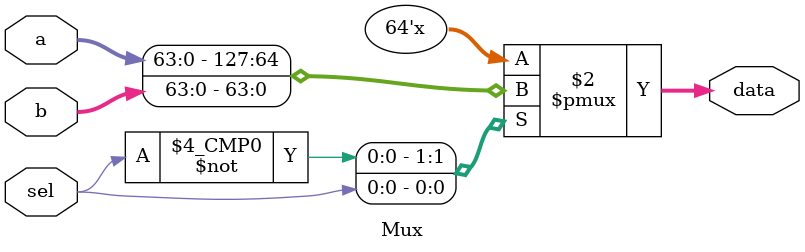
<source format=v>
module Mux
(
	input [63:0] a,
	input [63:0] b,
	input sel,
	output reg [63:0] data
);
	always @ (sel or a or b)
		begin
			case({sel})
				1'b0: data <= a;
				1'b1: data <= b;
			endcase
		end

endmodule
</source>
